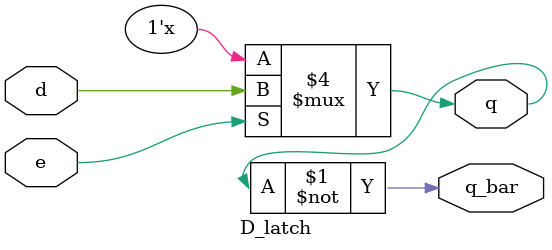
<source format=v>
`timescale 1ns / 1ps


module D_latch(input d,input e,output reg q,output q_bar);
assign q_bar=~q;
always@(*)begin

if(e)begin
q=d;
end

end
endmodule

</source>
